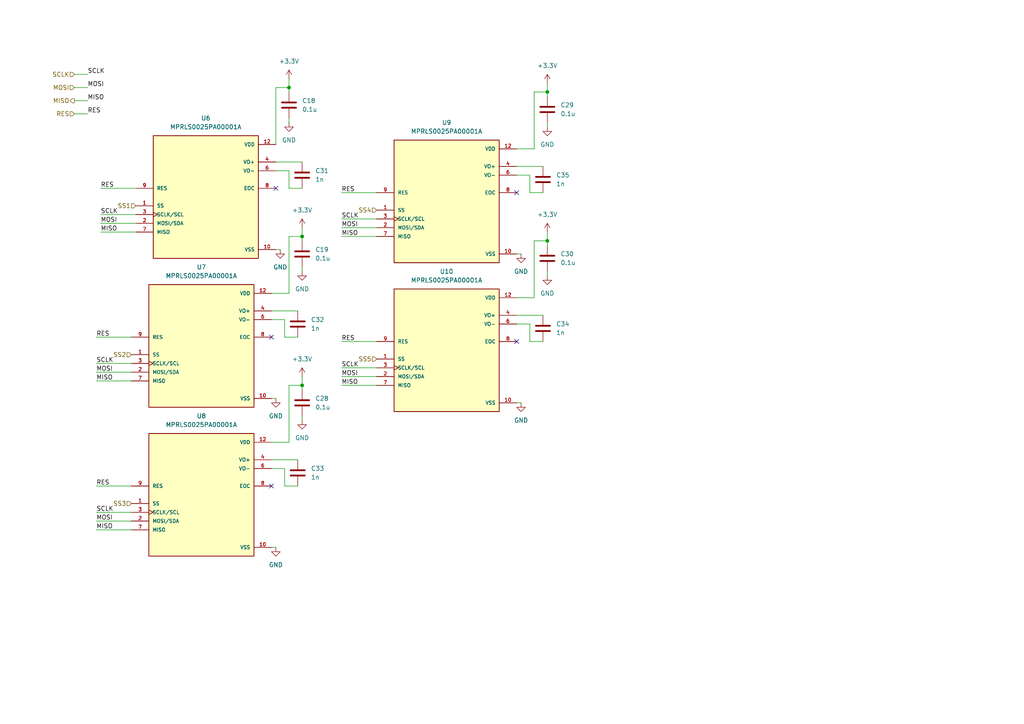
<source format=kicad_sch>
(kicad_sch (version 20230121) (generator eeschema)

  (uuid 675ceb79-dd88-41dc-991a-ddacd101fabc)

  (paper "A4")

  (lib_symbols
    (symbol "Device:C" (pin_numbers hide) (pin_names (offset 0.254)) (in_bom yes) (on_board yes)
      (property "Reference" "C" (at 0.635 2.54 0)
        (effects (font (size 1.27 1.27)) (justify left))
      )
      (property "Value" "C" (at 0.635 -2.54 0)
        (effects (font (size 1.27 1.27)) (justify left))
      )
      (property "Footprint" "" (at 0.9652 -3.81 0)
        (effects (font (size 1.27 1.27)) hide)
      )
      (property "Datasheet" "~" (at 0 0 0)
        (effects (font (size 1.27 1.27)) hide)
      )
      (property "ki_keywords" "cap capacitor" (at 0 0 0)
        (effects (font (size 1.27 1.27)) hide)
      )
      (property "ki_description" "Unpolarized capacitor" (at 0 0 0)
        (effects (font (size 1.27 1.27)) hide)
      )
      (property "ki_fp_filters" "C_*" (at 0 0 0)
        (effects (font (size 1.27 1.27)) hide)
      )
      (symbol "C_0_1"
        (polyline
          (pts
            (xy -2.032 -0.762)
            (xy 2.032 -0.762)
          )
          (stroke (width 0.508) (type default))
          (fill (type none))
        )
        (polyline
          (pts
            (xy -2.032 0.762)
            (xy 2.032 0.762)
          )
          (stroke (width 0.508) (type default))
          (fill (type none))
        )
      )
      (symbol "C_1_1"
        (pin passive line (at 0 3.81 270) (length 2.794)
          (name "~" (effects (font (size 1.27 1.27))))
          (number "1" (effects (font (size 1.27 1.27))))
        )
        (pin passive line (at 0 -3.81 90) (length 2.794)
          (name "~" (effects (font (size 1.27 1.27))))
          (number "2" (effects (font (size 1.27 1.27))))
        )
      )
    )
    (symbol "PressureSensor:MPRLS0025PA00001A" (pin_names (offset 1.016)) (in_bom yes) (on_board yes)
      (property "Reference" "U" (at -15.2568 17.7996 0)
        (effects (font (size 1.27 1.27)) (justify left bottom))
      )
      (property "Value" "MPRLS0025PA00001A" (at -15.2501 -20.3335 0)
        (effects (font (size 1.27 1.27)) (justify left bottom))
      )
      (property "Footprint" "XDCR_MPRLS0025PA00001A" (at 0 0 0)
        (effects (font (size 1.27 1.27)) (justify bottom) hide)
      )
      (property "Datasheet" "" (at 0 0 0)
        (effects (font (size 1.27 1.27)) hide)
      )
      (property "PARTREV" "03/18" (at 0 0 0)
        (effects (font (size 1.27 1.27)) (justify bottom) hide)
      )
      (property "STANDARD" "Manufacturer Recommendations" (at 0 0 0)
        (effects (font (size 1.27 1.27)) (justify bottom) hide)
      )
      (property "MANUFACTURER" "Honeywell Sensing" (at 0 0 0)
        (effects (font (size 1.27 1.27)) (justify bottom) hide)
      )
      (symbol "MPRLS0025PA00001A_0_0"
        (rectangle (start -15.24 -17.78) (end 15.24 17.78)
          (stroke (width 0.254) (type default))
          (fill (type background))
        )
        (pin input line (at -20.32 -2.54 0) (length 5.08)
          (name "SS" (effects (font (size 1.016 1.016))))
          (number "1" (effects (font (size 1.016 1.016))))
        )
        (pin power_in line (at 20.32 -15.24 180) (length 5.08)
          (name "VSS" (effects (font (size 1.016 1.016))))
          (number "10" (effects (font (size 1.016 1.016))))
        )
        (pin power_in line (at 20.32 15.24 180) (length 5.08)
          (name "VDD" (effects (font (size 1.016 1.016))))
          (number "12" (effects (font (size 1.016 1.016))))
        )
        (pin bidirectional line (at -20.32 -7.62 0) (length 5.08)
          (name "MOSI/SDA" (effects (font (size 1.016 1.016))))
          (number "2" (effects (font (size 1.016 1.016))))
        )
        (pin input clock (at -20.32 -5.08 0) (length 5.08)
          (name "SCLK/SCL" (effects (font (size 1.016 1.016))))
          (number "3" (effects (font (size 1.016 1.016))))
        )
        (pin output line (at 20.32 10.16 180) (length 5.08)
          (name "VO+" (effects (font (size 1.016 1.016))))
          (number "4" (effects (font (size 1.016 1.016))))
        )
        (pin output line (at 20.32 7.62 180) (length 5.08)
          (name "VO-" (effects (font (size 1.016 1.016))))
          (number "6" (effects (font (size 1.016 1.016))))
        )
        (pin output line (at -20.32 -10.16 0) (length 5.08)
          (name "MISO" (effects (font (size 1.016 1.016))))
          (number "7" (effects (font (size 1.016 1.016))))
        )
        (pin output line (at 20.32 2.54 180) (length 5.08)
          (name "EOC" (effects (font (size 1.016 1.016))))
          (number "8" (effects (font (size 1.016 1.016))))
        )
        (pin input line (at -20.32 2.54 0) (length 5.08)
          (name "RES" (effects (font (size 1.016 1.016))))
          (number "9" (effects (font (size 1.016 1.016))))
        )
      )
    )
    (symbol "power:+3.3V" (power) (pin_names (offset 0)) (in_bom yes) (on_board yes)
      (property "Reference" "#PWR" (at 0 -3.81 0)
        (effects (font (size 1.27 1.27)) hide)
      )
      (property "Value" "+3.3V" (at 0 3.556 0)
        (effects (font (size 1.27 1.27)))
      )
      (property "Footprint" "" (at 0 0 0)
        (effects (font (size 1.27 1.27)) hide)
      )
      (property "Datasheet" "" (at 0 0 0)
        (effects (font (size 1.27 1.27)) hide)
      )
      (property "ki_keywords" "global power" (at 0 0 0)
        (effects (font (size 1.27 1.27)) hide)
      )
      (property "ki_description" "Power symbol creates a global label with name \"+3.3V\"" (at 0 0 0)
        (effects (font (size 1.27 1.27)) hide)
      )
      (symbol "+3.3V_0_1"
        (polyline
          (pts
            (xy -0.762 1.27)
            (xy 0 2.54)
          )
          (stroke (width 0) (type default))
          (fill (type none))
        )
        (polyline
          (pts
            (xy 0 0)
            (xy 0 2.54)
          )
          (stroke (width 0) (type default))
          (fill (type none))
        )
        (polyline
          (pts
            (xy 0 2.54)
            (xy 0.762 1.27)
          )
          (stroke (width 0) (type default))
          (fill (type none))
        )
      )
      (symbol "+3.3V_1_1"
        (pin power_in line (at 0 0 90) (length 0) hide
          (name "+3.3V" (effects (font (size 1.27 1.27))))
          (number "1" (effects (font (size 1.27 1.27))))
        )
      )
    )
    (symbol "power:GND" (power) (pin_names (offset 0)) (in_bom yes) (on_board yes)
      (property "Reference" "#PWR" (at 0 -6.35 0)
        (effects (font (size 1.27 1.27)) hide)
      )
      (property "Value" "GND" (at 0 -3.81 0)
        (effects (font (size 1.27 1.27)))
      )
      (property "Footprint" "" (at 0 0 0)
        (effects (font (size 1.27 1.27)) hide)
      )
      (property "Datasheet" "" (at 0 0 0)
        (effects (font (size 1.27 1.27)) hide)
      )
      (property "ki_keywords" "global power" (at 0 0 0)
        (effects (font (size 1.27 1.27)) hide)
      )
      (property "ki_description" "Power symbol creates a global label with name \"GND\" , ground" (at 0 0 0)
        (effects (font (size 1.27 1.27)) hide)
      )
      (symbol "GND_0_1"
        (polyline
          (pts
            (xy 0 0)
            (xy 0 -1.27)
            (xy 1.27 -1.27)
            (xy 0 -2.54)
            (xy -1.27 -1.27)
            (xy 0 -1.27)
          )
          (stroke (width 0) (type default))
          (fill (type none))
        )
      )
      (symbol "GND_1_1"
        (pin power_in line (at 0 0 270) (length 0) hide
          (name "GND" (effects (font (size 1.27 1.27))))
          (number "1" (effects (font (size 1.27 1.27))))
        )
      )
    )
  )

  (junction (at 87.63 111.76) (diameter 0) (color 0 0 0 0)
    (uuid 0090095e-f513-4ac1-a13e-962a56798346)
  )
  (junction (at 83.82 25.4) (diameter 0) (color 0 0 0 0)
    (uuid 102f92ce-698e-498f-ba7a-a59ad338dba6)
  )
  (junction (at 158.75 69.85) (diameter 0) (color 0 0 0 0)
    (uuid 5ba0414e-9430-42aa-bc6c-fd317a0da74d)
  )
  (junction (at 87.63 68.58) (diameter 0) (color 0 0 0 0)
    (uuid 6111e88f-8eab-45d8-8529-a823c0723f78)
  )
  (junction (at 158.75 26.67) (diameter 0) (color 0 0 0 0)
    (uuid de456b03-e01e-47e1-ae33-ea21ea90225f)
  )

  (no_connect (at 78.74 97.79) (uuid 10bd010e-39be-46b0-82e8-91b9f41de3bc))
  (no_connect (at 78.74 140.97) (uuid 4979a4fb-0a8d-4211-b22f-7ead6af3c49f))
  (no_connect (at 80.01 54.61) (uuid 613046f4-cfe1-4eb1-9d3c-4a924b035e23))
  (no_connect (at 149.86 99.06) (uuid 73714e5a-d0cc-4a34-b741-5b93d11e28f2))
  (no_connect (at 149.86 55.88) (uuid e69d8bb1-74e4-41ce-945b-8ad2674dcc37))

  (wire (pts (xy 99.06 109.22) (xy 109.22 109.22))
    (stroke (width 0) (type default))
    (uuid 01937127-f293-49f5-8f57-ffd0544567aa)
  )
  (wire (pts (xy 87.63 66.04) (xy 87.63 68.58))
    (stroke (width 0) (type default))
    (uuid 01ce3f77-5d79-424b-bb73-c04147a38632)
  )
  (wire (pts (xy 80.01 46.99) (xy 87.63 46.99))
    (stroke (width 0) (type default))
    (uuid 083e2f08-e764-4d28-894d-98e96b00384f)
  )
  (wire (pts (xy 27.94 153.67) (xy 38.1 153.67))
    (stroke (width 0) (type default))
    (uuid 09a1ae71-4bf6-41d3-b484-1e6803a886cf)
  )
  (wire (pts (xy 83.82 22.86) (xy 83.82 25.4))
    (stroke (width 0) (type default))
    (uuid 0b2362ae-33fa-47af-a314-70581de407d9)
  )
  (wire (pts (xy 82.55 92.71) (xy 78.74 92.71))
    (stroke (width 0) (type default))
    (uuid 0b754c76-2223-4a2f-ab45-ebcd708fc408)
  )
  (wire (pts (xy 149.86 48.26) (xy 157.48 48.26))
    (stroke (width 0) (type default))
    (uuid 0ee2d768-eb69-4dc5-9886-c05db721cd85)
  )
  (wire (pts (xy 29.21 54.61) (xy 39.37 54.61))
    (stroke (width 0) (type default))
    (uuid 0fff86f1-4fbb-4ad4-9998-05fd26681962)
  )
  (wire (pts (xy 83.82 68.58) (xy 83.82 85.09))
    (stroke (width 0) (type default))
    (uuid 168f1b02-0f72-486c-976c-026c2997685d)
  )
  (wire (pts (xy 83.82 49.53) (xy 80.01 49.53))
    (stroke (width 0) (type default))
    (uuid 17a3a1fb-f4fc-4d49-8cd6-f26799f4f80a)
  )
  (wire (pts (xy 158.75 69.85) (xy 158.75 71.12))
    (stroke (width 0) (type default))
    (uuid 1bbec3a7-1c8c-4835-b4f0-afd9c4a068e6)
  )
  (wire (pts (xy 83.82 68.58) (xy 87.63 68.58))
    (stroke (width 0) (type default))
    (uuid 1d26090e-f198-47fc-ac26-ead534c48fb5)
  )
  (wire (pts (xy 158.75 24.13) (xy 158.75 26.67))
    (stroke (width 0) (type default))
    (uuid 2b21ded6-dd13-4fc4-b057-bfcc6191200d)
  )
  (wire (pts (xy 87.63 77.47) (xy 87.63 78.74))
    (stroke (width 0) (type default))
    (uuid 2bf5b4af-15bf-4068-92b2-dee2dc0817e4)
  )
  (wire (pts (xy 83.82 54.61) (xy 83.82 49.53))
    (stroke (width 0) (type default))
    (uuid 318e55f5-2cab-4885-9da6-912d1f7af79b)
  )
  (wire (pts (xy 99.06 111.76) (xy 109.22 111.76))
    (stroke (width 0) (type default))
    (uuid 336d3e11-6c66-45c4-ae09-63a002fa02cb)
  )
  (wire (pts (xy 80.01 25.4) (xy 83.82 25.4))
    (stroke (width 0) (type default))
    (uuid 388b3c70-ba11-49fd-8cf7-e16fbce84dfc)
  )
  (wire (pts (xy 153.67 55.88) (xy 153.67 50.8))
    (stroke (width 0) (type default))
    (uuid 40166ab7-99f2-47d9-b504-622795f0152f)
  )
  (wire (pts (xy 99.06 68.58) (xy 109.22 68.58))
    (stroke (width 0) (type default))
    (uuid 4272e4ee-3ee8-4ab9-9079-13338dd64921)
  )
  (wire (pts (xy 27.94 105.41) (xy 38.1 105.41))
    (stroke (width 0) (type default))
    (uuid 4290c55e-8352-4a3e-804b-a1907105783f)
  )
  (wire (pts (xy 78.74 115.57) (xy 80.01 115.57))
    (stroke (width 0) (type default))
    (uuid 47052c05-b4bc-477b-9406-efb8a2d7cbcb)
  )
  (wire (pts (xy 82.55 97.79) (xy 82.55 92.71))
    (stroke (width 0) (type default))
    (uuid 47129b41-424b-4f27-b699-046592cf74c5)
  )
  (wire (pts (xy 83.82 25.4) (xy 83.82 26.67))
    (stroke (width 0) (type default))
    (uuid 4a2a2b45-d580-41e4-bc5f-6043973dd6f6)
  )
  (wire (pts (xy 83.82 54.61) (xy 87.63 54.61))
    (stroke (width 0) (type default))
    (uuid 4ada64e2-a22b-4658-bbc8-36b2a2206422)
  )
  (wire (pts (xy 99.06 99.06) (xy 109.22 99.06))
    (stroke (width 0) (type default))
    (uuid 4c1bfd31-714c-47a3-ba87-14b11e92e3cf)
  )
  (wire (pts (xy 99.06 106.68) (xy 109.22 106.68))
    (stroke (width 0) (type default))
    (uuid 4c4ca5f8-f289-46f8-8fbf-e65f60aaefa4)
  )
  (wire (pts (xy 27.94 148.59) (xy 38.1 148.59))
    (stroke (width 0) (type default))
    (uuid 4d7b84d9-4839-47fe-838b-e078d680d654)
  )
  (wire (pts (xy 78.74 158.75) (xy 80.01 158.75))
    (stroke (width 0) (type default))
    (uuid 527c140c-0b3b-463a-868b-411a07db709e)
  )
  (wire (pts (xy 82.55 140.97) (xy 82.55 135.89))
    (stroke (width 0) (type default))
    (uuid 5327c08d-d560-4b03-a5c0-9848bcbb94a1)
  )
  (wire (pts (xy 83.82 111.76) (xy 87.63 111.76))
    (stroke (width 0) (type default))
    (uuid 541c8555-e38b-40aa-8f93-27cb598d8de1)
  )
  (wire (pts (xy 27.94 97.79) (xy 38.1 97.79))
    (stroke (width 0) (type default))
    (uuid 5b3a5766-3c9a-4cf7-93dd-a60c51510f77)
  )
  (wire (pts (xy 83.82 111.76) (xy 83.82 128.27))
    (stroke (width 0) (type default))
    (uuid 6031d4c8-caed-4080-b7e1-4358421e64b2)
  )
  (wire (pts (xy 153.67 99.06) (xy 157.48 99.06))
    (stroke (width 0) (type default))
    (uuid 62c55952-f456-40fb-b9a9-0b275f779499)
  )
  (wire (pts (xy 82.55 97.79) (xy 86.36 97.79))
    (stroke (width 0) (type default))
    (uuid 641398fb-a3de-441e-a3db-e744bf21b780)
  )
  (wire (pts (xy 82.55 135.89) (xy 78.74 135.89))
    (stroke (width 0) (type default))
    (uuid 64df2eba-86a3-4aca-97e1-92e0e04679ba)
  )
  (wire (pts (xy 99.06 63.5) (xy 109.22 63.5))
    (stroke (width 0) (type default))
    (uuid 6b542782-4ae0-4dda-8edc-4d549c7bc831)
  )
  (wire (pts (xy 27.94 107.95) (xy 38.1 107.95))
    (stroke (width 0) (type default))
    (uuid 7062d910-21aa-477d-b9e7-7b1926fa92fd)
  )
  (wire (pts (xy 87.63 68.58) (xy 87.63 69.85))
    (stroke (width 0) (type default))
    (uuid 72863dd1-4f7d-4890-933e-a9f338c20672)
  )
  (wire (pts (xy 27.94 110.49) (xy 38.1 110.49))
    (stroke (width 0) (type default))
    (uuid 7651da35-880d-417d-a8c9-fd4ebd3bf7bc)
  )
  (wire (pts (xy 149.86 73.66) (xy 151.13 73.66))
    (stroke (width 0) (type default))
    (uuid 76ef93da-5128-4fe6-afe0-c761adf43684)
  )
  (wire (pts (xy 29.21 64.77) (xy 39.37 64.77))
    (stroke (width 0) (type default))
    (uuid 770080fb-1c16-41bb-a49a-0cd6ef4bf622)
  )
  (wire (pts (xy 154.94 26.67) (xy 154.94 43.18))
    (stroke (width 0) (type default))
    (uuid 7858dd8d-d229-43f1-bb3c-e95f5a2077ef)
  )
  (wire (pts (xy 158.75 78.74) (xy 158.75 80.01))
    (stroke (width 0) (type default))
    (uuid 7a8eeb12-8592-4e90-9526-c2c4243db556)
  )
  (wire (pts (xy 87.63 111.76) (xy 87.63 113.03))
    (stroke (width 0) (type default))
    (uuid 7d532dfa-c59e-41c0-a10a-fd4a385f7117)
  )
  (wire (pts (xy 153.67 99.06) (xy 153.67 93.98))
    (stroke (width 0) (type default))
    (uuid 7ef0a02f-3502-4093-aafd-957f4d3f801d)
  )
  (wire (pts (xy 27.94 151.13) (xy 38.1 151.13))
    (stroke (width 0) (type default))
    (uuid 815bc657-e9b8-44d5-9f20-6b4cc872c53c)
  )
  (wire (pts (xy 158.75 67.31) (xy 158.75 69.85))
    (stroke (width 0) (type default))
    (uuid 81acb0d4-f937-45c1-a790-9ca24446d331)
  )
  (wire (pts (xy 80.01 72.39) (xy 81.28 72.39))
    (stroke (width 0) (type default))
    (uuid 8a4f96c7-3666-4c1b-bff9-119a231155c3)
  )
  (wire (pts (xy 154.94 26.67) (xy 158.75 26.67))
    (stroke (width 0) (type default))
    (uuid 8c937af3-8bbb-4ab6-a638-650559dba424)
  )
  (wire (pts (xy 149.86 116.84) (xy 151.13 116.84))
    (stroke (width 0) (type default))
    (uuid 8ffcd90d-f82a-463b-8560-75b81ce2bdb0)
  )
  (wire (pts (xy 149.86 43.18) (xy 154.94 43.18))
    (stroke (width 0) (type default))
    (uuid 91df2f53-452f-44e0-aeec-d40614f20722)
  )
  (wire (pts (xy 153.67 93.98) (xy 149.86 93.98))
    (stroke (width 0) (type default))
    (uuid 976271e1-a5e1-438f-a818-48f5ffd56eab)
  )
  (wire (pts (xy 29.21 67.31) (xy 39.37 67.31))
    (stroke (width 0) (type default))
    (uuid 9abd3803-735f-4e33-beed-1db28c9d595b)
  )
  (wire (pts (xy 78.74 128.27) (xy 83.82 128.27))
    (stroke (width 0) (type default))
    (uuid a12e6e93-7175-48a2-ac80-1f12108bb372)
  )
  (wire (pts (xy 99.06 55.88) (xy 109.22 55.88))
    (stroke (width 0) (type default))
    (uuid a358f0d0-2d60-4c10-9fc2-fd0873aac43f)
  )
  (wire (pts (xy 153.67 55.88) (xy 157.48 55.88))
    (stroke (width 0) (type default))
    (uuid a92a4a35-fe11-4661-a6ec-7134cc93fdee)
  )
  (wire (pts (xy 149.86 91.44) (xy 157.48 91.44))
    (stroke (width 0) (type default))
    (uuid a92df14c-6530-44bf-92f4-6d918cc78340)
  )
  (wire (pts (xy 154.94 69.85) (xy 154.94 86.36))
    (stroke (width 0) (type default))
    (uuid b7a5152d-114b-4751-a464-d5ab30afa842)
  )
  (wire (pts (xy 87.63 120.65) (xy 87.63 121.92))
    (stroke (width 0) (type default))
    (uuid bc8f0b54-020b-444f-8be2-d9a749af29b1)
  )
  (wire (pts (xy 158.75 26.67) (xy 158.75 27.94))
    (stroke (width 0) (type default))
    (uuid c39240ae-e046-4e1b-808a-48bd6c7d158a)
  )
  (wire (pts (xy 25.4 33.02) (xy 21.59 33.02))
    (stroke (width 0) (type default))
    (uuid c42f1859-2393-45d7-a443-618fc9aa75c0)
  )
  (wire (pts (xy 78.74 133.35) (xy 86.36 133.35))
    (stroke (width 0) (type default))
    (uuid c445eca0-2f5c-4311-8f11-0916944c942e)
  )
  (wire (pts (xy 80.01 25.4) (xy 80.01 41.91))
    (stroke (width 0) (type default))
    (uuid cfaf283a-41f5-4427-b7f7-da8844987d02)
  )
  (wire (pts (xy 83.82 34.29) (xy 83.82 35.56))
    (stroke (width 0) (type default))
    (uuid d2ded4e1-93ce-4cc4-8260-2bedc8419dd9)
  )
  (wire (pts (xy 78.74 90.17) (xy 86.36 90.17))
    (stroke (width 0) (type default))
    (uuid d3b16b1d-d8fd-4731-a1c9-8b91e6e86c41)
  )
  (wire (pts (xy 154.94 69.85) (xy 158.75 69.85))
    (stroke (width 0) (type default))
    (uuid d5ff6539-292b-46b7-850b-02ae833b82be)
  )
  (wire (pts (xy 158.75 35.56) (xy 158.75 36.83))
    (stroke (width 0) (type default))
    (uuid d63180dd-78d3-4598-bcce-c3be0c3f4b65)
  )
  (wire (pts (xy 25.4 25.4) (xy 21.59 25.4))
    (stroke (width 0) (type default))
    (uuid d6733e26-4846-44bf-9887-a5928c2c5ebb)
  )
  (wire (pts (xy 153.67 50.8) (xy 149.86 50.8))
    (stroke (width 0) (type default))
    (uuid db61a8ca-92a3-4e11-a8cb-02dea1dad1d4)
  )
  (wire (pts (xy 149.86 86.36) (xy 154.94 86.36))
    (stroke (width 0) (type default))
    (uuid e18932e4-8056-4090-a92b-1f5117a27895)
  )
  (wire (pts (xy 99.06 66.04) (xy 109.22 66.04))
    (stroke (width 0) (type default))
    (uuid e58ca63b-5b38-4689-84e7-23421fbfdf21)
  )
  (wire (pts (xy 87.63 109.22) (xy 87.63 111.76))
    (stroke (width 0) (type default))
    (uuid e5a9052a-fa2f-43e9-8fd4-581ffcd55b26)
  )
  (wire (pts (xy 25.4 29.21) (xy 21.59 29.21))
    (stroke (width 0) (type default))
    (uuid e81af42f-68bf-42ce-98cb-2518b0b00e27)
  )
  (wire (pts (xy 78.74 85.09) (xy 83.82 85.09))
    (stroke (width 0) (type default))
    (uuid e9244d48-dc60-423e-96cf-0999e78fb0a6)
  )
  (wire (pts (xy 29.21 62.23) (xy 39.37 62.23))
    (stroke (width 0) (type default))
    (uuid ecd5308f-0c52-4978-99cd-9d5b71b35916)
  )
  (wire (pts (xy 25.4 21.59) (xy 21.59 21.59))
    (stroke (width 0) (type default))
    (uuid fada0b4f-4f61-4497-bb07-7540ea92b96f)
  )
  (wire (pts (xy 82.55 140.97) (xy 86.36 140.97))
    (stroke (width 0) (type default))
    (uuid fb5697c6-24c8-4685-a93d-533ee383d32e)
  )
  (wire (pts (xy 27.94 140.97) (xy 38.1 140.97))
    (stroke (width 0) (type default))
    (uuid fcbfcbeb-b55e-40ee-8c5e-41a8010bd660)
  )

  (label "MOSI" (at 99.06 109.22 0) (fields_autoplaced)
    (effects (font (size 1.27 1.27)) (justify left bottom))
    (uuid 0452b2c0-6e77-4a31-b2f4-1ee2ad55bf64)
  )
  (label "RES" (at 25.4 33.02 0) (fields_autoplaced)
    (effects (font (size 1.27 1.27)) (justify left bottom))
    (uuid 0676916d-75ab-4df2-b12a-9e1944e21fcc)
  )
  (label "MOSI" (at 29.21 64.77 0) (fields_autoplaced)
    (effects (font (size 1.27 1.27)) (justify left bottom))
    (uuid 1954c054-dfc0-45b1-9955-051fb2667c6a)
  )
  (label "MISO" (at 99.06 111.76 0) (fields_autoplaced)
    (effects (font (size 1.27 1.27)) (justify left bottom))
    (uuid 2ade99ee-c982-4214-b02d-cec34e34d0ba)
  )
  (label "SCLK" (at 29.21 62.23 0) (fields_autoplaced)
    (effects (font (size 1.27 1.27)) (justify left bottom))
    (uuid 37f5a7ca-e232-4c19-ad20-425816f8170c)
  )
  (label "SCLK" (at 99.06 106.68 0) (fields_autoplaced)
    (effects (font (size 1.27 1.27)) (justify left bottom))
    (uuid 3e67f496-20d1-4387-ad4d-dee62ff3ee6b)
  )
  (label "RES" (at 99.06 55.88 0) (fields_autoplaced)
    (effects (font (size 1.27 1.27)) (justify left bottom))
    (uuid 51f0627e-9668-4c81-a7f8-8e3884a2ec0e)
  )
  (label "MISO" (at 27.94 153.67 0) (fields_autoplaced)
    (effects (font (size 1.27 1.27)) (justify left bottom))
    (uuid 6409855e-cd17-4ddf-8c9e-72a71cd6d2cf)
  )
  (label "RES" (at 27.94 140.97 0) (fields_autoplaced)
    (effects (font (size 1.27 1.27)) (justify left bottom))
    (uuid 69b6007f-b4ba-48e2-9e3c-10c4cb9dfe13)
  )
  (label "RES" (at 99.06 99.06 0) (fields_autoplaced)
    (effects (font (size 1.27 1.27)) (justify left bottom))
    (uuid 6b456439-bce6-46c1-8cb6-64c217a880ad)
  )
  (label "RES" (at 27.94 97.79 0) (fields_autoplaced)
    (effects (font (size 1.27 1.27)) (justify left bottom))
    (uuid 745b152c-35ea-41ea-8b0f-82d429ef0059)
  )
  (label "SCLK" (at 27.94 105.41 0) (fields_autoplaced)
    (effects (font (size 1.27 1.27)) (justify left bottom))
    (uuid 8f2118b2-3cae-40b6-b1c7-05f8a7543295)
  )
  (label "MOSI" (at 99.06 66.04 0) (fields_autoplaced)
    (effects (font (size 1.27 1.27)) (justify left bottom))
    (uuid 98fa667c-7189-4853-8911-310d9fcff98b)
  )
  (label "SCLK" (at 27.94 148.59 0) (fields_autoplaced)
    (effects (font (size 1.27 1.27)) (justify left bottom))
    (uuid a23cb79f-5dbc-48b1-b8f7-693e2ab8ffe6)
  )
  (label "MISO" (at 27.94 110.49 0) (fields_autoplaced)
    (effects (font (size 1.27 1.27)) (justify left bottom))
    (uuid af450d38-aa0c-44bb-9949-252bfc505b5a)
  )
  (label "MOSI" (at 25.4 25.4 0) (fields_autoplaced)
    (effects (font (size 1.27 1.27)) (justify left bottom))
    (uuid c5611f11-9da4-48a6-bf99-f695b4be88ad)
  )
  (label "MISO" (at 29.21 67.31 0) (fields_autoplaced)
    (effects (font (size 1.27 1.27)) (justify left bottom))
    (uuid c9730f32-b2b3-4212-8fc2-7bc3f7bd5eb4)
  )
  (label "MOSI" (at 27.94 107.95 0) (fields_autoplaced)
    (effects (font (size 1.27 1.27)) (justify left bottom))
    (uuid d976a5f2-b0dc-4e75-a03b-cd392cafd58f)
  )
  (label "MOSI" (at 27.94 151.13 0) (fields_autoplaced)
    (effects (font (size 1.27 1.27)) (justify left bottom))
    (uuid e5544cce-021c-4086-a2a2-f8eedc279fa6)
  )
  (label "SCLK" (at 25.4 21.59 0) (fields_autoplaced)
    (effects (font (size 1.27 1.27)) (justify left bottom))
    (uuid e5637908-b984-40f6-bdca-8219a82aba64)
  )
  (label "MISO" (at 99.06 68.58 0) (fields_autoplaced)
    (effects (font (size 1.27 1.27)) (justify left bottom))
    (uuid e8d92d1c-6a13-49fd-82ac-444a34b3534e)
  )
  (label "SCLK" (at 99.06 63.5 0) (fields_autoplaced)
    (effects (font (size 1.27 1.27)) (justify left bottom))
    (uuid f7340191-c700-4ea8-8fdf-65136839a0ce)
  )
  (label "RES" (at 29.21 54.61 0) (fields_autoplaced)
    (effects (font (size 1.27 1.27)) (justify left bottom))
    (uuid f9dfb741-4bf7-480d-870d-d94611a37c19)
  )
  (label "MISO" (at 25.4 29.21 0) (fields_autoplaced)
    (effects (font (size 1.27 1.27)) (justify left bottom))
    (uuid fb24a40e-a928-4ed0-b657-372f6b8f5922)
  )

  (hierarchical_label "SS5" (shape input) (at 109.22 104.14 180) (fields_autoplaced)
    (effects (font (size 1.27 1.27)) (justify right))
    (uuid 4befe28f-9901-4009-a087-3540dae283fb)
  )
  (hierarchical_label "MOSI" (shape input) (at 21.59 25.4 180) (fields_autoplaced)
    (effects (font (size 1.27 1.27)) (justify right))
    (uuid 60ee8342-c886-451e-b3f3-d152c598c63b)
  )
  (hierarchical_label "SCLK" (shape input) (at 21.59 21.59 180) (fields_autoplaced)
    (effects (font (size 1.27 1.27)) (justify right))
    (uuid 6f6a055d-1003-4f52-97a4-ff92da5d33f5)
  )
  (hierarchical_label "SS3" (shape input) (at 38.1 146.05 180) (fields_autoplaced)
    (effects (font (size 1.27 1.27)) (justify right))
    (uuid 9bde4c62-e800-42fd-b327-baceba9885a9)
  )
  (hierarchical_label "SS4" (shape input) (at 109.22 60.96 180) (fields_autoplaced)
    (effects (font (size 1.27 1.27)) (justify right))
    (uuid a306b8d2-ddcd-4b72-98e9-243ec536e83d)
  )
  (hierarchical_label "MISO" (shape output) (at 21.59 29.21 180) (fields_autoplaced)
    (effects (font (size 1.27 1.27)) (justify right))
    (uuid cdbc0d86-72ef-4acb-8c75-3ff57b6473c6)
  )
  (hierarchical_label "RES" (shape input) (at 21.59 33.02 180) (fields_autoplaced)
    (effects (font (size 1.27 1.27)) (justify right))
    (uuid daf47c00-24d4-4281-b630-54c489dbe5e4)
  )
  (hierarchical_label "SS1" (shape input) (at 39.37 59.69 180) (fields_autoplaced)
    (effects (font (size 1.27 1.27)) (justify right))
    (uuid e6feeeae-3d81-4aab-96a6-41af6128baf7)
  )
  (hierarchical_label "SS2" (shape input) (at 38.1 102.87 180) (fields_autoplaced)
    (effects (font (size 1.27 1.27)) (justify right))
    (uuid fe94472b-1b92-411b-b368-7a0c9add322a)
  )

  (symbol (lib_id "power:GND") (at 80.01 115.57 0) (unit 1)
    (in_bom yes) (on_board yes) (dnp no) (fields_autoplaced)
    (uuid 021e3123-c312-43be-8c98-734448e6bd40)
    (property "Reference" "#PWR051" (at 80.01 121.92 0)
      (effects (font (size 1.27 1.27)) hide)
    )
    (property "Value" "GND" (at 80.01 120.65 0)
      (effects (font (size 1.27 1.27)))
    )
    (property "Footprint" "" (at 80.01 115.57 0)
      (effects (font (size 1.27 1.27)) hide)
    )
    (property "Datasheet" "" (at 80.01 115.57 0)
      (effects (font (size 1.27 1.27)) hide)
    )
    (pin "1" (uuid 86b2e2b7-3f5e-4576-966e-597b4c778c40))
    (instances
      (project "PETE"
        (path "/7db990e4-92e1-4f99-b4d2-435bbec1ba83/7e0906fb-d946-4f20-8d7c-eabf173f10a4"
          (reference "#PWR051") (unit 1)
        )
      )
    )
  )

  (symbol (lib_id "power:GND") (at 87.63 78.74 0) (unit 1)
    (in_bom yes) (on_board yes) (dnp no) (fields_autoplaced)
    (uuid 06e30401-7ab7-4154-afaf-80baf8d814be)
    (property "Reference" "#PWR058" (at 87.63 85.09 0)
      (effects (font (size 1.27 1.27)) hide)
    )
    (property "Value" "GND" (at 87.63 83.82 0)
      (effects (font (size 1.27 1.27)))
    )
    (property "Footprint" "" (at 87.63 78.74 0)
      (effects (font (size 1.27 1.27)) hide)
    )
    (property "Datasheet" "" (at 87.63 78.74 0)
      (effects (font (size 1.27 1.27)) hide)
    )
    (pin "1" (uuid 5415fedf-9576-46a0-bdef-11ebe034f98b))
    (instances
      (project "PETE"
        (path "/7db990e4-92e1-4f99-b4d2-435bbec1ba83/7e0906fb-d946-4f20-8d7c-eabf173f10a4"
          (reference "#PWR058") (unit 1)
        )
      )
    )
  )

  (symbol (lib_id "power:+3.3V") (at 87.63 109.22 0) (unit 1)
    (in_bom yes) (on_board yes) (dnp no) (fields_autoplaced)
    (uuid 0c432ae8-1bda-476f-8ffe-a6ae48718309)
    (property "Reference" "#PWR059" (at 87.63 113.03 0)
      (effects (font (size 1.27 1.27)) hide)
    )
    (property "Value" "+3.3V" (at 87.63 104.14 0)
      (effects (font (size 1.27 1.27)))
    )
    (property "Footprint" "" (at 87.63 109.22 0)
      (effects (font (size 1.27 1.27)) hide)
    )
    (property "Datasheet" "" (at 87.63 109.22 0)
      (effects (font (size 1.27 1.27)) hide)
    )
    (pin "1" (uuid bc407bbc-885f-47c0-8c76-6c90d6e7837d))
    (instances
      (project "PETE"
        (path "/7db990e4-92e1-4f99-b4d2-435bbec1ba83/7e0906fb-d946-4f20-8d7c-eabf173f10a4"
          (reference "#PWR059") (unit 1)
        )
      )
    )
  )

  (symbol (lib_id "power:+3.3V") (at 83.82 22.86 0) (unit 1)
    (in_bom yes) (on_board yes) (dnp no) (fields_autoplaced)
    (uuid 0e16c6d2-9181-4ca5-9ffd-4e2c60529f9d)
    (property "Reference" "#PWR055" (at 83.82 26.67 0)
      (effects (font (size 1.27 1.27)) hide)
    )
    (property "Value" "+3.3V" (at 83.82 17.78 0)
      (effects (font (size 1.27 1.27)))
    )
    (property "Footprint" "" (at 83.82 22.86 0)
      (effects (font (size 1.27 1.27)) hide)
    )
    (property "Datasheet" "" (at 83.82 22.86 0)
      (effects (font (size 1.27 1.27)) hide)
    )
    (pin "1" (uuid c6347c87-8681-4834-8481-d956734dc824))
    (instances
      (project "PETE"
        (path "/7db990e4-92e1-4f99-b4d2-435bbec1ba83/7e0906fb-d946-4f20-8d7c-eabf173f10a4"
          (reference "#PWR055") (unit 1)
        )
      )
    )
  )

  (symbol (lib_id "power:GND") (at 87.63 121.92 0) (unit 1)
    (in_bom yes) (on_board yes) (dnp no) (fields_autoplaced)
    (uuid 16391321-3fd2-461a-90af-c186ddab1461)
    (property "Reference" "#PWR060" (at 87.63 128.27 0)
      (effects (font (size 1.27 1.27)) hide)
    )
    (property "Value" "GND" (at 87.63 127 0)
      (effects (font (size 1.27 1.27)))
    )
    (property "Footprint" "" (at 87.63 121.92 0)
      (effects (font (size 1.27 1.27)) hide)
    )
    (property "Datasheet" "" (at 87.63 121.92 0)
      (effects (font (size 1.27 1.27)) hide)
    )
    (pin "1" (uuid a896e520-2e85-4433-8bba-cdcf919fb544))
    (instances
      (project "PETE"
        (path "/7db990e4-92e1-4f99-b4d2-435bbec1ba83/7e0906fb-d946-4f20-8d7c-eabf173f10a4"
          (reference "#PWR060") (unit 1)
        )
      )
    )
  )

  (symbol (lib_id "power:GND") (at 151.13 116.84 0) (unit 1)
    (in_bom yes) (on_board yes) (dnp no) (fields_autoplaced)
    (uuid 19b4681a-22ca-4da7-aaa9-bac58a946566)
    (property "Reference" "#PWR053" (at 151.13 123.19 0)
      (effects (font (size 1.27 1.27)) hide)
    )
    (property "Value" "GND" (at 151.13 121.92 0)
      (effects (font (size 1.27 1.27)))
    )
    (property "Footprint" "" (at 151.13 116.84 0)
      (effects (font (size 1.27 1.27)) hide)
    )
    (property "Datasheet" "" (at 151.13 116.84 0)
      (effects (font (size 1.27 1.27)) hide)
    )
    (pin "1" (uuid a65bf320-919b-4dea-9cc2-982abbc66862))
    (instances
      (project "PETE"
        (path "/7db990e4-92e1-4f99-b4d2-435bbec1ba83/7e0906fb-d946-4f20-8d7c-eabf173f10a4"
          (reference "#PWR053") (unit 1)
        )
      )
    )
  )

  (symbol (lib_id "Device:C") (at 87.63 116.84 0) (unit 1)
    (in_bom yes) (on_board yes) (dnp no) (fields_autoplaced)
    (uuid 227b1297-1a99-47e9-8d4d-875c2406d571)
    (property "Reference" "C28" (at 91.44 115.57 0)
      (effects (font (size 1.27 1.27)) (justify left))
    )
    (property "Value" "0.1u" (at 91.44 118.11 0)
      (effects (font (size 1.27 1.27)) (justify left))
    )
    (property "Footprint" "Capacitor_SMD:C_0402_1005Metric" (at 88.5952 120.65 0)
      (effects (font (size 1.27 1.27)) hide)
    )
    (property "Datasheet" "~" (at 87.63 116.84 0)
      (effects (font (size 1.27 1.27)) hide)
    )
    (pin "1" (uuid 7ef0d2f5-b7c6-42cc-8000-1a9b9095ee80))
    (pin "2" (uuid 58905733-a359-4fa5-b18e-421c974ef844))
    (instances
      (project "PETE"
        (path "/7db990e4-92e1-4f99-b4d2-435bbec1ba83/7e0906fb-d946-4f20-8d7c-eabf173f10a4"
          (reference "C28") (unit 1)
        )
      )
    )
  )

  (symbol (lib_id "Device:C") (at 86.36 93.98 0) (unit 1)
    (in_bom yes) (on_board yes) (dnp no) (fields_autoplaced)
    (uuid 2abc7686-1de1-4bfa-b619-381357cdd2b3)
    (property "Reference" "C32" (at 90.17 92.71 0)
      (effects (font (size 1.27 1.27)) (justify left))
    )
    (property "Value" "1n" (at 90.17 95.25 0)
      (effects (font (size 1.27 1.27)) (justify left))
    )
    (property "Footprint" "Capacitor_SMD:C_0402_1005Metric" (at 87.3252 97.79 0)
      (effects (font (size 1.27 1.27)) hide)
    )
    (property "Datasheet" "~" (at 86.36 93.98 0)
      (effects (font (size 1.27 1.27)) hide)
    )
    (pin "1" (uuid a45c2a1c-3467-4077-9f74-1680832fd6df))
    (pin "2" (uuid ddf5b215-8f67-41fb-9ce9-c8c575e85e58))
    (instances
      (project "PETE"
        (path "/7db990e4-92e1-4f99-b4d2-435bbec1ba83/7e0906fb-d946-4f20-8d7c-eabf173f10a4"
          (reference "C32") (unit 1)
        )
      )
    )
  )

  (symbol (lib_id "power:+3.3V") (at 158.75 24.13 0) (unit 1)
    (in_bom yes) (on_board yes) (dnp no) (fields_autoplaced)
    (uuid 31470a3b-f124-45a4-8d6a-73dc2dd8a714)
    (property "Reference" "#PWR061" (at 158.75 27.94 0)
      (effects (font (size 1.27 1.27)) hide)
    )
    (property "Value" "+3.3V" (at 158.75 19.05 0)
      (effects (font (size 1.27 1.27)))
    )
    (property "Footprint" "" (at 158.75 24.13 0)
      (effects (font (size 1.27 1.27)) hide)
    )
    (property "Datasheet" "" (at 158.75 24.13 0)
      (effects (font (size 1.27 1.27)) hide)
    )
    (pin "1" (uuid 6faf9f14-e1e8-47dc-ad79-d57a388d3ec6))
    (instances
      (project "PETE"
        (path "/7db990e4-92e1-4f99-b4d2-435bbec1ba83/7e0906fb-d946-4f20-8d7c-eabf173f10a4"
          (reference "#PWR061") (unit 1)
        )
      )
    )
  )

  (symbol (lib_id "Device:C") (at 83.82 30.48 0) (unit 1)
    (in_bom yes) (on_board yes) (dnp no) (fields_autoplaced)
    (uuid 39a2ee10-76f9-4156-a0bd-3839599dbaf6)
    (property "Reference" "C18" (at 87.63 29.21 0)
      (effects (font (size 1.27 1.27)) (justify left))
    )
    (property "Value" "0.1u" (at 87.63 31.75 0)
      (effects (font (size 1.27 1.27)) (justify left))
    )
    (property "Footprint" "Capacitor_SMD:C_0402_1005Metric" (at 84.7852 34.29 0)
      (effects (font (size 1.27 1.27)) hide)
    )
    (property "Datasheet" "~" (at 83.82 30.48 0)
      (effects (font (size 1.27 1.27)) hide)
    )
    (pin "1" (uuid ab935bfc-7a18-42d6-bee4-edf777f96d7d))
    (pin "2" (uuid aeb37bc7-c4c3-43cb-8954-920260de93c1))
    (instances
      (project "PETE"
        (path "/7db990e4-92e1-4f99-b4d2-435bbec1ba83/7e0906fb-d946-4f20-8d7c-eabf173f10a4"
          (reference "C18") (unit 1)
        )
      )
    )
  )

  (symbol (lib_id "power:GND") (at 83.82 35.56 0) (unit 1)
    (in_bom yes) (on_board yes) (dnp no) (fields_autoplaced)
    (uuid 3f300f5c-cc48-4051-9bf0-73b9101bbc8c)
    (property "Reference" "#PWR056" (at 83.82 41.91 0)
      (effects (font (size 1.27 1.27)) hide)
    )
    (property "Value" "GND" (at 83.82 40.64 0)
      (effects (font (size 1.27 1.27)))
    )
    (property "Footprint" "" (at 83.82 35.56 0)
      (effects (font (size 1.27 1.27)) hide)
    )
    (property "Datasheet" "" (at 83.82 35.56 0)
      (effects (font (size 1.27 1.27)) hide)
    )
    (pin "1" (uuid 70fa2325-0485-4ec5-91ec-60aecbfe1e0f))
    (instances
      (project "PETE"
        (path "/7db990e4-92e1-4f99-b4d2-435bbec1ba83/7e0906fb-d946-4f20-8d7c-eabf173f10a4"
          (reference "#PWR056") (unit 1)
        )
      )
    )
  )

  (symbol (lib_id "PressureSensor:MPRLS0025PA00001A") (at 58.42 100.33 0) (unit 1)
    (in_bom yes) (on_board yes) (dnp no) (fields_autoplaced)
    (uuid 41fe4164-7169-427b-a393-ca8474dc1c21)
    (property "Reference" "U7" (at 58.42 77.47 0)
      (effects (font (size 1.27 1.27)))
    )
    (property "Value" "MPRLS0025PA00001A" (at 58.42 80.01 0)
      (effects (font (size 1.27 1.27)))
    )
    (property "Footprint" "PressureSensor:XDCR_MPRLS0025PA00001A" (at 58.42 100.33 0)
      (effects (font (size 1.27 1.27)) (justify bottom) hide)
    )
    (property "Datasheet" "" (at 58.42 100.33 0)
      (effects (font (size 1.27 1.27)) hide)
    )
    (property "PARTREV" "03/18" (at 58.42 100.33 0)
      (effects (font (size 1.27 1.27)) (justify bottom) hide)
    )
    (property "STANDARD" "Manufacturer Recommendations" (at 58.42 100.33 0)
      (effects (font (size 1.27 1.27)) (justify bottom) hide)
    )
    (property "MANUFACTURER" "Honeywell Sensing" (at 58.42 100.33 0)
      (effects (font (size 1.27 1.27)) (justify bottom) hide)
    )
    (pin "1" (uuid 00033ea5-75bc-4023-9bac-fcd4e0589635))
    (pin "10" (uuid 2d711e50-089a-4d57-91a2-7a9474d030f8))
    (pin "12" (uuid 9ef2d129-7831-417e-9220-14813bda7f5c))
    (pin "2" (uuid bc1362fc-c439-4f3b-b8f8-83cd862ecff6))
    (pin "3" (uuid 0835511b-2132-4e0f-9617-11b40072db4c))
    (pin "4" (uuid 2281013d-f34e-4df0-87ed-f0a0088a457a))
    (pin "6" (uuid 98274074-c812-4ed4-9b99-954824fca06b))
    (pin "7" (uuid 95cbd5e3-1710-4f3d-9cc8-7377fccefe80))
    (pin "8" (uuid 866ae35f-c3e0-4621-86a2-377160e0b9ea))
    (pin "9" (uuid b7ed9b8f-1865-4fad-a8d9-a5378b88cda6))
    (instances
      (project "PETE"
        (path "/7db990e4-92e1-4f99-b4d2-435bbec1ba83/7e0906fb-d946-4f20-8d7c-eabf173f10a4"
          (reference "U7") (unit 1)
        )
      )
    )
  )

  (symbol (lib_id "PressureSensor:MPRLS0025PA00001A") (at 59.69 57.15 0) (unit 1)
    (in_bom yes) (on_board yes) (dnp no) (fields_autoplaced)
    (uuid 42d8cf61-33a6-43d7-b945-87988ec20d91)
    (property "Reference" "U6" (at 59.69 34.29 0)
      (effects (font (size 1.27 1.27)))
    )
    (property "Value" "MPRLS0025PA00001A" (at 59.69 36.83 0)
      (effects (font (size 1.27 1.27)))
    )
    (property "Footprint" "PressureSensor:XDCR_MPRLS0025PA00001A" (at 59.69 57.15 0)
      (effects (font (size 1.27 1.27)) (justify bottom) hide)
    )
    (property "Datasheet" "" (at 59.69 57.15 0)
      (effects (font (size 1.27 1.27)) hide)
    )
    (property "PARTREV" "03/18" (at 59.69 57.15 0)
      (effects (font (size 1.27 1.27)) (justify bottom) hide)
    )
    (property "STANDARD" "Manufacturer Recommendations" (at 59.69 57.15 0)
      (effects (font (size 1.27 1.27)) (justify bottom) hide)
    )
    (property "MANUFACTURER" "Honeywell Sensing" (at 59.69 57.15 0)
      (effects (font (size 1.27 1.27)) (justify bottom) hide)
    )
    (pin "1" (uuid 0a010b85-8d65-4ac7-b5ba-c8417c1dcbce))
    (pin "10" (uuid 571951af-ae46-4dce-9c3a-ab6eed10eec0))
    (pin "12" (uuid 9ba44865-6300-44b9-aa2f-ccb6c748d58a))
    (pin "2" (uuid 67ed523f-e02d-4336-97f8-6373068bd945))
    (pin "3" (uuid 6b7fbc3f-88fa-4825-911a-ffbe86801bd5))
    (pin "4" (uuid 08965ec0-d8be-4e5e-806f-2dc62be4dddd))
    (pin "6" (uuid 444bab8c-f636-4c31-93f8-5ac3fd7e226b))
    (pin "7" (uuid 905d5630-0713-4b52-a1ae-a8a504fee741))
    (pin "8" (uuid 2bdb7e68-e955-4dd1-84f0-541487d1e053))
    (pin "9" (uuid ad935f89-cbb1-4669-b4fa-3c2a8869776b))
    (instances
      (project "PETE"
        (path "/7db990e4-92e1-4f99-b4d2-435bbec1ba83/7e0906fb-d946-4f20-8d7c-eabf173f10a4"
          (reference "U6") (unit 1)
        )
      )
    )
  )

  (symbol (lib_id "Device:C") (at 87.63 73.66 0) (unit 1)
    (in_bom yes) (on_board yes) (dnp no) (fields_autoplaced)
    (uuid 49be99e9-d33b-4b3c-b327-6953887d55dc)
    (property "Reference" "C19" (at 91.44 72.39 0)
      (effects (font (size 1.27 1.27)) (justify left))
    )
    (property "Value" "0.1u" (at 91.44 74.93 0)
      (effects (font (size 1.27 1.27)) (justify left))
    )
    (property "Footprint" "Capacitor_SMD:C_0402_1005Metric" (at 88.5952 77.47 0)
      (effects (font (size 1.27 1.27)) hide)
    )
    (property "Datasheet" "~" (at 87.63 73.66 0)
      (effects (font (size 1.27 1.27)) hide)
    )
    (pin "1" (uuid d8d1ba73-93b3-4155-9510-1f3b07b2742c))
    (pin "2" (uuid f9f95780-32ba-4552-8d45-e90e367b3299))
    (instances
      (project "PETE"
        (path "/7db990e4-92e1-4f99-b4d2-435bbec1ba83/7e0906fb-d946-4f20-8d7c-eabf173f10a4"
          (reference "C19") (unit 1)
        )
      )
    )
  )

  (symbol (lib_id "power:+3.3V") (at 158.75 67.31 0) (unit 1)
    (in_bom yes) (on_board yes) (dnp no) (fields_autoplaced)
    (uuid 4e83292d-4337-4baf-8fce-72314cd41c1f)
    (property "Reference" "#PWR063" (at 158.75 71.12 0)
      (effects (font (size 1.27 1.27)) hide)
    )
    (property "Value" "+3.3V" (at 158.75 62.23 0)
      (effects (font (size 1.27 1.27)))
    )
    (property "Footprint" "" (at 158.75 67.31 0)
      (effects (font (size 1.27 1.27)) hide)
    )
    (property "Datasheet" "" (at 158.75 67.31 0)
      (effects (font (size 1.27 1.27)) hide)
    )
    (pin "1" (uuid a3d447cc-8852-44df-a00d-1d0098230f4a))
    (instances
      (project "PETE"
        (path "/7db990e4-92e1-4f99-b4d2-435bbec1ba83/7e0906fb-d946-4f20-8d7c-eabf173f10a4"
          (reference "#PWR063") (unit 1)
        )
      )
    )
  )

  (symbol (lib_id "power:GND") (at 158.75 80.01 0) (unit 1)
    (in_bom yes) (on_board yes) (dnp no) (fields_autoplaced)
    (uuid 555be4a5-bfcb-4435-9f32-d01611f51f14)
    (property "Reference" "#PWR064" (at 158.75 86.36 0)
      (effects (font (size 1.27 1.27)) hide)
    )
    (property "Value" "GND" (at 158.75 85.09 0)
      (effects (font (size 1.27 1.27)))
    )
    (property "Footprint" "" (at 158.75 80.01 0)
      (effects (font (size 1.27 1.27)) hide)
    )
    (property "Datasheet" "" (at 158.75 80.01 0)
      (effects (font (size 1.27 1.27)) hide)
    )
    (pin "1" (uuid c1c380ec-032a-4ae5-96b1-0c2e5fb9d35b))
    (instances
      (project "PETE"
        (path "/7db990e4-92e1-4f99-b4d2-435bbec1ba83/7e0906fb-d946-4f20-8d7c-eabf173f10a4"
          (reference "#PWR064") (unit 1)
        )
      )
    )
  )

  (symbol (lib_id "Device:C") (at 157.48 95.25 0) (unit 1)
    (in_bom yes) (on_board yes) (dnp no) (fields_autoplaced)
    (uuid 6535de38-f1fa-4ec8-a3f6-9a626e5eb398)
    (property "Reference" "C34" (at 161.29 93.98 0)
      (effects (font (size 1.27 1.27)) (justify left))
    )
    (property "Value" "1n" (at 161.29 96.52 0)
      (effects (font (size 1.27 1.27)) (justify left))
    )
    (property "Footprint" "Capacitor_SMD:C_0402_1005Metric" (at 158.4452 99.06 0)
      (effects (font (size 1.27 1.27)) hide)
    )
    (property "Datasheet" "~" (at 157.48 95.25 0)
      (effects (font (size 1.27 1.27)) hide)
    )
    (pin "1" (uuid a2457eee-79ff-497a-b98a-6758ff35f0d6))
    (pin "2" (uuid 0325828a-e6fc-4acd-96a9-6df8bb66b679))
    (instances
      (project "PETE"
        (path "/7db990e4-92e1-4f99-b4d2-435bbec1ba83/7e0906fb-d946-4f20-8d7c-eabf173f10a4"
          (reference "C34") (unit 1)
        )
      )
    )
  )

  (symbol (lib_id "Device:C") (at 158.75 74.93 0) (unit 1)
    (in_bom yes) (on_board yes) (dnp no) (fields_autoplaced)
    (uuid 6bec39f3-23b0-43e0-86d7-889fe4aa9ae6)
    (property "Reference" "C30" (at 162.56 73.66 0)
      (effects (font (size 1.27 1.27)) (justify left))
    )
    (property "Value" "0.1u" (at 162.56 76.2 0)
      (effects (font (size 1.27 1.27)) (justify left))
    )
    (property "Footprint" "Capacitor_SMD:C_0402_1005Metric" (at 159.7152 78.74 0)
      (effects (font (size 1.27 1.27)) hide)
    )
    (property "Datasheet" "~" (at 158.75 74.93 0)
      (effects (font (size 1.27 1.27)) hide)
    )
    (pin "1" (uuid cb187942-d0ab-4ebe-b50a-cb1f58ad6988))
    (pin "2" (uuid 4c4590f5-673a-403e-aadf-baf6547abd35))
    (instances
      (project "PETE"
        (path "/7db990e4-92e1-4f99-b4d2-435bbec1ba83/7e0906fb-d946-4f20-8d7c-eabf173f10a4"
          (reference "C30") (unit 1)
        )
      )
    )
  )

  (symbol (lib_id "power:GND") (at 81.28 72.39 0) (unit 1)
    (in_bom yes) (on_board yes) (dnp no) (fields_autoplaced)
    (uuid 736255f8-f3a6-415f-abac-48d86851b35e)
    (property "Reference" "#PWR028" (at 81.28 78.74 0)
      (effects (font (size 1.27 1.27)) hide)
    )
    (property "Value" "GND" (at 81.28 77.47 0)
      (effects (font (size 1.27 1.27)))
    )
    (property "Footprint" "" (at 81.28 72.39 0)
      (effects (font (size 1.27 1.27)) hide)
    )
    (property "Datasheet" "" (at 81.28 72.39 0)
      (effects (font (size 1.27 1.27)) hide)
    )
    (pin "1" (uuid e3597aae-15ed-4745-80ed-41a506b491da))
    (instances
      (project "PETE"
        (path "/7db990e4-92e1-4f99-b4d2-435bbec1ba83/7e0906fb-d946-4f20-8d7c-eabf173f10a4"
          (reference "#PWR028") (unit 1)
        )
      )
    )
  )

  (symbol (lib_id "PressureSensor:MPRLS0025PA00001A") (at 129.54 58.42 0) (unit 1)
    (in_bom yes) (on_board yes) (dnp no) (fields_autoplaced)
    (uuid 87851f04-9daa-4c69-ab38-aa0499c10a45)
    (property "Reference" "U9" (at 129.54 35.56 0)
      (effects (font (size 1.27 1.27)))
    )
    (property "Value" "MPRLS0025PA00001A" (at 129.54 38.1 0)
      (effects (font (size 1.27 1.27)))
    )
    (property "Footprint" "PressureSensor:XDCR_MPRLS0025PA00001A" (at 129.54 58.42 0)
      (effects (font (size 1.27 1.27)) (justify bottom) hide)
    )
    (property "Datasheet" "" (at 129.54 58.42 0)
      (effects (font (size 1.27 1.27)) hide)
    )
    (property "PARTREV" "03/18" (at 129.54 58.42 0)
      (effects (font (size 1.27 1.27)) (justify bottom) hide)
    )
    (property "STANDARD" "Manufacturer Recommendations" (at 129.54 58.42 0)
      (effects (font (size 1.27 1.27)) (justify bottom) hide)
    )
    (property "MANUFACTURER" "Honeywell Sensing" (at 129.54 58.42 0)
      (effects (font (size 1.27 1.27)) (justify bottom) hide)
    )
    (pin "1" (uuid 33cecae7-6f19-432a-af7e-6a58dbb993c8))
    (pin "10" (uuid 34edb5d6-e754-40a2-bf8e-436af61a251b))
    (pin "12" (uuid e1e6be67-4827-48b0-9343-4a811a6b0646))
    (pin "2" (uuid 01eed715-2c59-488b-ac31-0b5cf8605e35))
    (pin "3" (uuid 1c18b864-93d3-4853-ac8a-ddd84df19e75))
    (pin "4" (uuid d0989e16-c92b-463f-a73e-a581db71abdf))
    (pin "6" (uuid 934b005a-cccd-426c-bccd-e096229be212))
    (pin "7" (uuid a5a1b3aa-2ca0-41c1-9878-a0902c45cd29))
    (pin "8" (uuid 1c8ba11a-8a5e-448f-aac0-8edbff38d6d6))
    (pin "9" (uuid faa513fc-5e3c-48f1-b5f5-f932aa53c8a4))
    (instances
      (project "PETE"
        (path "/7db990e4-92e1-4f99-b4d2-435bbec1ba83/7e0906fb-d946-4f20-8d7c-eabf173f10a4"
          (reference "U9") (unit 1)
        )
      )
    )
  )

  (symbol (lib_id "power:+3.3V") (at 87.63 66.04 0) (unit 1)
    (in_bom yes) (on_board yes) (dnp no) (fields_autoplaced)
    (uuid a947a266-f57d-4eb9-9e45-41628418cd46)
    (property "Reference" "#PWR057" (at 87.63 69.85 0)
      (effects (font (size 1.27 1.27)) hide)
    )
    (property "Value" "+3.3V" (at 87.63 60.96 0)
      (effects (font (size 1.27 1.27)))
    )
    (property "Footprint" "" (at 87.63 66.04 0)
      (effects (font (size 1.27 1.27)) hide)
    )
    (property "Datasheet" "" (at 87.63 66.04 0)
      (effects (font (size 1.27 1.27)) hide)
    )
    (pin "1" (uuid 7d4d9e6d-de87-49e1-9f84-b1ceff454182))
    (instances
      (project "PETE"
        (path "/7db990e4-92e1-4f99-b4d2-435bbec1ba83/7e0906fb-d946-4f20-8d7c-eabf173f10a4"
          (reference "#PWR057") (unit 1)
        )
      )
    )
  )

  (symbol (lib_id "Device:C") (at 86.36 137.16 0) (unit 1)
    (in_bom yes) (on_board yes) (dnp no) (fields_autoplaced)
    (uuid b1bf204d-ed77-45c5-95af-b2f11b3985e8)
    (property "Reference" "C33" (at 90.17 135.89 0)
      (effects (font (size 1.27 1.27)) (justify left))
    )
    (property "Value" "1n" (at 90.17 138.43 0)
      (effects (font (size 1.27 1.27)) (justify left))
    )
    (property "Footprint" "Capacitor_SMD:C_0402_1005Metric" (at 87.3252 140.97 0)
      (effects (font (size 1.27 1.27)) hide)
    )
    (property "Datasheet" "~" (at 86.36 137.16 0)
      (effects (font (size 1.27 1.27)) hide)
    )
    (pin "1" (uuid 2d0c2c06-b4fa-46cb-9daf-7be611c917c4))
    (pin "2" (uuid a04fede6-923b-4d5f-9dff-edf0040a624c))
    (instances
      (project "PETE"
        (path "/7db990e4-92e1-4f99-b4d2-435bbec1ba83/7e0906fb-d946-4f20-8d7c-eabf173f10a4"
          (reference "C33") (unit 1)
        )
      )
    )
  )

  (symbol (lib_id "power:GND") (at 80.01 158.75 0) (unit 1)
    (in_bom yes) (on_board yes) (dnp no) (fields_autoplaced)
    (uuid ba4b0115-4e67-4e41-a5a1-0655b1d7604b)
    (property "Reference" "#PWR052" (at 80.01 165.1 0)
      (effects (font (size 1.27 1.27)) hide)
    )
    (property "Value" "GND" (at 80.01 163.83 0)
      (effects (font (size 1.27 1.27)))
    )
    (property "Footprint" "" (at 80.01 158.75 0)
      (effects (font (size 1.27 1.27)) hide)
    )
    (property "Datasheet" "" (at 80.01 158.75 0)
      (effects (font (size 1.27 1.27)) hide)
    )
    (pin "1" (uuid 3ee76c08-ae33-4076-b8df-14cadfe1ece8))
    (instances
      (project "PETE"
        (path "/7db990e4-92e1-4f99-b4d2-435bbec1ba83/7e0906fb-d946-4f20-8d7c-eabf173f10a4"
          (reference "#PWR052") (unit 1)
        )
      )
    )
  )

  (symbol (lib_id "PressureSensor:MPRLS0025PA00001A") (at 129.54 101.6 0) (unit 1)
    (in_bom yes) (on_board yes) (dnp no) (fields_autoplaced)
    (uuid bf28d975-5a52-4f67-9288-c293ba9c3b66)
    (property "Reference" "U10" (at 129.54 78.74 0)
      (effects (font (size 1.27 1.27)))
    )
    (property "Value" "MPRLS0025PA00001A" (at 129.54 81.28 0)
      (effects (font (size 1.27 1.27)))
    )
    (property "Footprint" "PressureSensor:XDCR_MPRLS0025PA00001A" (at 129.54 101.6 0)
      (effects (font (size 1.27 1.27)) (justify bottom) hide)
    )
    (property "Datasheet" "" (at 129.54 101.6 0)
      (effects (font (size 1.27 1.27)) hide)
    )
    (property "PARTREV" "03/18" (at 129.54 101.6 0)
      (effects (font (size 1.27 1.27)) (justify bottom) hide)
    )
    (property "STANDARD" "Manufacturer Recommendations" (at 129.54 101.6 0)
      (effects (font (size 1.27 1.27)) (justify bottom) hide)
    )
    (property "MANUFACTURER" "Honeywell Sensing" (at 129.54 101.6 0)
      (effects (font (size 1.27 1.27)) (justify bottom) hide)
    )
    (pin "1" (uuid d194da74-7bc6-4ec8-920b-efb03f46c101))
    (pin "10" (uuid dbde15fc-7766-4fc9-9704-a5562fef1a8b))
    (pin "12" (uuid 6f44421f-2e92-4314-a519-435c9915297a))
    (pin "2" (uuid 2869c178-8ce8-4a5a-9343-f6fbaddc5de5))
    (pin "3" (uuid 5c2ab70f-2974-46c8-b136-d900d3f1eba9))
    (pin "4" (uuid 624bdc32-9f31-4373-85fd-c512c1f71653))
    (pin "6" (uuid 4d34755a-b188-45de-9005-54590ff94f9a))
    (pin "7" (uuid 154223cd-c226-47a1-a5f9-7f133f2b8440))
    (pin "8" (uuid 4f2247d7-5d50-458b-af69-338f4f290889))
    (pin "9" (uuid 73259040-e8a8-46ec-947f-5de10710acc8))
    (instances
      (project "PETE"
        (path "/7db990e4-92e1-4f99-b4d2-435bbec1ba83/7e0906fb-d946-4f20-8d7c-eabf173f10a4"
          (reference "U10") (unit 1)
        )
      )
    )
  )

  (symbol (lib_id "Device:C") (at 158.75 31.75 0) (unit 1)
    (in_bom yes) (on_board yes) (dnp no) (fields_autoplaced)
    (uuid c2014647-6a1d-46db-b5da-2e7b4dd01b55)
    (property "Reference" "C29" (at 162.56 30.48 0)
      (effects (font (size 1.27 1.27)) (justify left))
    )
    (property "Value" "0.1u" (at 162.56 33.02 0)
      (effects (font (size 1.27 1.27)) (justify left))
    )
    (property "Footprint" "Capacitor_SMD:C_0402_1005Metric" (at 159.7152 35.56 0)
      (effects (font (size 1.27 1.27)) hide)
    )
    (property "Datasheet" "~" (at 158.75 31.75 0)
      (effects (font (size 1.27 1.27)) hide)
    )
    (pin "1" (uuid ede4b989-5f30-4a84-a7d6-f719838b77e0))
    (pin "2" (uuid 9db40ec0-542f-48c3-9d61-204db0ca0b70))
    (instances
      (project "PETE"
        (path "/7db990e4-92e1-4f99-b4d2-435bbec1ba83/7e0906fb-d946-4f20-8d7c-eabf173f10a4"
          (reference "C29") (unit 1)
        )
      )
    )
  )

  (symbol (lib_id "power:GND") (at 158.75 36.83 0) (unit 1)
    (in_bom yes) (on_board yes) (dnp no) (fields_autoplaced)
    (uuid c6824dcb-76d7-47f5-9dc6-b9d0243fa95d)
    (property "Reference" "#PWR062" (at 158.75 43.18 0)
      (effects (font (size 1.27 1.27)) hide)
    )
    (property "Value" "GND" (at 158.75 41.91 0)
      (effects (font (size 1.27 1.27)))
    )
    (property "Footprint" "" (at 158.75 36.83 0)
      (effects (font (size 1.27 1.27)) hide)
    )
    (property "Datasheet" "" (at 158.75 36.83 0)
      (effects (font (size 1.27 1.27)) hide)
    )
    (pin "1" (uuid ad4263ca-153f-4166-b218-389a09b4b24e))
    (instances
      (project "PETE"
        (path "/7db990e4-92e1-4f99-b4d2-435bbec1ba83/7e0906fb-d946-4f20-8d7c-eabf173f10a4"
          (reference "#PWR062") (unit 1)
        )
      )
    )
  )

  (symbol (lib_id "PressureSensor:MPRLS0025PA00001A") (at 58.42 143.51 0) (unit 1)
    (in_bom yes) (on_board yes) (dnp no) (fields_autoplaced)
    (uuid ce2b4b23-53e5-41ab-af99-997cff985e97)
    (property "Reference" "U8" (at 58.42 120.65 0)
      (effects (font (size 1.27 1.27)))
    )
    (property "Value" "MPRLS0025PA00001A" (at 58.42 123.19 0)
      (effects (font (size 1.27 1.27)))
    )
    (property "Footprint" "PressureSensor:XDCR_MPRLS0025PA00001A" (at 58.42 143.51 0)
      (effects (font (size 1.27 1.27)) (justify bottom) hide)
    )
    (property "Datasheet" "" (at 58.42 143.51 0)
      (effects (font (size 1.27 1.27)) hide)
    )
    (property "PARTREV" "03/18" (at 58.42 143.51 0)
      (effects (font (size 1.27 1.27)) (justify bottom) hide)
    )
    (property "STANDARD" "Manufacturer Recommendations" (at 58.42 143.51 0)
      (effects (font (size 1.27 1.27)) (justify bottom) hide)
    )
    (property "MANUFACTURER" "Honeywell Sensing" (at 58.42 143.51 0)
      (effects (font (size 1.27 1.27)) (justify bottom) hide)
    )
    (pin "1" (uuid 21e50984-f051-4095-9447-aaf1bff74d9c))
    (pin "10" (uuid 80b3d41b-090a-4a8e-b8d6-ee3bf54320ad))
    (pin "12" (uuid c47c8b6a-fed5-409e-80f4-cde210666e7e))
    (pin "2" (uuid 1510522e-9d0e-4a09-8caf-08cb7d16702f))
    (pin "3" (uuid d028735c-bf83-441c-955d-204e38adad5a))
    (pin "4" (uuid 76f63bc1-d73e-4fd4-87cc-c6a7476e823c))
    (pin "6" (uuid 6cb12438-1dda-44c9-b93d-5a552cc6d02f))
    (pin "7" (uuid 15df99b4-75de-4022-960c-d52f2e8d8282))
    (pin "8" (uuid 7b8db899-53d1-4950-b60a-d45ef2317b5a))
    (pin "9" (uuid a5f5b75f-a1e0-4599-bb02-d036ec0a35ef))
    (instances
      (project "PETE"
        (path "/7db990e4-92e1-4f99-b4d2-435bbec1ba83/7e0906fb-d946-4f20-8d7c-eabf173f10a4"
          (reference "U8") (unit 1)
        )
      )
    )
  )

  (symbol (lib_id "Device:C") (at 157.48 52.07 0) (unit 1)
    (in_bom yes) (on_board yes) (dnp no) (fields_autoplaced)
    (uuid ce916255-46ad-46a1-ab5a-b987548a58f6)
    (property "Reference" "C35" (at 161.29 50.8 0)
      (effects (font (size 1.27 1.27)) (justify left))
    )
    (property "Value" "1n" (at 161.29 53.34 0)
      (effects (font (size 1.27 1.27)) (justify left))
    )
    (property "Footprint" "Capacitor_SMD:C_0402_1005Metric" (at 158.4452 55.88 0)
      (effects (font (size 1.27 1.27)) hide)
    )
    (property "Datasheet" "~" (at 157.48 52.07 0)
      (effects (font (size 1.27 1.27)) hide)
    )
    (pin "1" (uuid e496ee5c-571b-4ba2-b2fd-10a4b040130f))
    (pin "2" (uuid dae6d39a-0149-4511-8fa6-1eaa1a384436))
    (instances
      (project "PETE"
        (path "/7db990e4-92e1-4f99-b4d2-435bbec1ba83/7e0906fb-d946-4f20-8d7c-eabf173f10a4"
          (reference "C35") (unit 1)
        )
      )
    )
  )

  (symbol (lib_id "Device:C") (at 87.63 50.8 0) (unit 1)
    (in_bom yes) (on_board yes) (dnp no) (fields_autoplaced)
    (uuid e2d59cd1-cf3e-4d3a-9c7b-a0fd9cd529c2)
    (property "Reference" "C31" (at 91.44 49.53 0)
      (effects (font (size 1.27 1.27)) (justify left))
    )
    (property "Value" "1n" (at 91.44 52.07 0)
      (effects (font (size 1.27 1.27)) (justify left))
    )
    (property "Footprint" "Capacitor_SMD:C_0402_1005Metric" (at 88.5952 54.61 0)
      (effects (font (size 1.27 1.27)) hide)
    )
    (property "Datasheet" "~" (at 87.63 50.8 0)
      (effects (font (size 1.27 1.27)) hide)
    )
    (pin "1" (uuid cf224f31-722f-4fc4-b7c9-404fa590044e))
    (pin "2" (uuid 635eca21-3978-485a-9cb7-697bbd539106))
    (instances
      (project "PETE"
        (path "/7db990e4-92e1-4f99-b4d2-435bbec1ba83/7e0906fb-d946-4f20-8d7c-eabf173f10a4"
          (reference "C31") (unit 1)
        )
      )
    )
  )

  (symbol (lib_id "power:GND") (at 151.13 73.66 0) (unit 1)
    (in_bom yes) (on_board yes) (dnp no) (fields_autoplaced)
    (uuid ea78c2a7-3074-4282-ab7f-461014082c0b)
    (property "Reference" "#PWR054" (at 151.13 80.01 0)
      (effects (font (size 1.27 1.27)) hide)
    )
    (property "Value" "GND" (at 151.13 78.74 0)
      (effects (font (size 1.27 1.27)))
    )
    (property "Footprint" "" (at 151.13 73.66 0)
      (effects (font (size 1.27 1.27)) hide)
    )
    (property "Datasheet" "" (at 151.13 73.66 0)
      (effects (font (size 1.27 1.27)) hide)
    )
    (pin "1" (uuid 7b946364-e964-47f7-b557-446ca39c452c))
    (instances
      (project "PETE"
        (path "/7db990e4-92e1-4f99-b4d2-435bbec1ba83/7e0906fb-d946-4f20-8d7c-eabf173f10a4"
          (reference "#PWR054") (unit 1)
        )
      )
    )
  )
)

</source>
